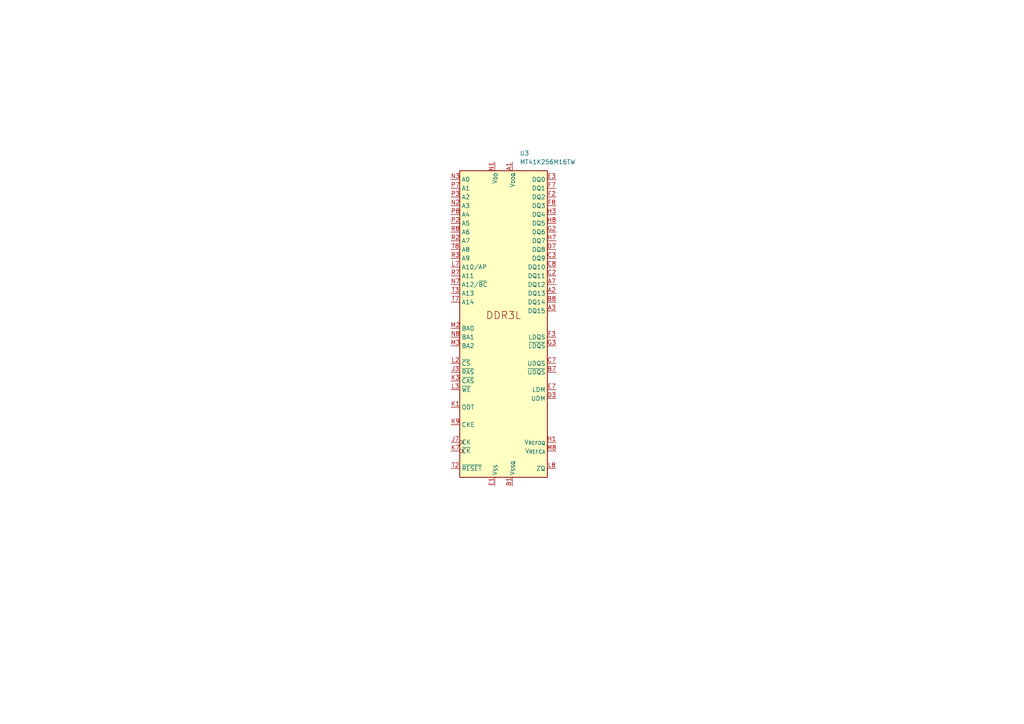
<source format=kicad_sch>
(kicad_sch
	(version 20250114)
	(generator "eeschema")
	(generator_version "9.0")
	(uuid "3f870cef-dfd8-4dcc-a8fc-13adefd93c96")
	(paper "A4")
	(lib_symbols
		(symbol "Memory_RAM:MT41K256M16TW"
			(exclude_from_sim no)
			(in_bom yes)
			(on_board yes)
			(property "Reference" "U"
				(at -11.43 44.704 0)
				(effects
					(font
						(size 1.27 1.27)
					)
				)
			)
			(property "Value" "MT41K256M16TW"
				(at 14.986 44.704 0)
				(effects
					(font
						(size 1.27 1.27)
					)
				)
			)
			(property "Footprint" "Package_BGA:Micron_FBGA-96_8x14mm_Layout9x16_P0.8mm"
				(at 0 -56.134 0)
				(effects
					(font
						(size 1.27 1.27)
					)
					(hide yes)
				)
			)
			(property "Datasheet" "https://mm.digikey.com/Volume0/opasdata/d220001/medias/docus/6128/MT41K1G4_MT41K512M8_MT41K256M16_RevR_Sep2018.pdf"
				(at 0 -60.706 0)
				(effects
					(font
						(size 1.27 1.27)
					)
					(hide yes)
				)
			)
			(property "Description" "32M x 16-bit x 8 Banks (4-Gbit / 512 MB) DDR3L SDRAM, 1.35V nominal supply voltage, Rev. P, FBGA-96 (8x14mm)"
				(at 0 -58.42 0)
				(effects
					(font
						(size 1.27 1.27)
					)
					(hide yes)
				)
			)
			(property "ki_keywords" "Micron MEMORY Double-Data-Rate-3 Low-Voltage-Synchronous-DRAM"
				(at 0 0 0)
				(effects
					(font
						(size 1.27 1.27)
					)
					(hide yes)
				)
			)
			(property "ki_fp_filters" "Micron*FBGA*8x14mm*Layout9x16*P0.8mm*"
				(at 0 0 0)
				(effects
					(font
						(size 1.27 1.27)
					)
					(hide yes)
				)
			)
			(symbol "MT41K256M16TW_0_1"
				(pin input line
					(at -15.24 40.64 0)
					(length 2.54)
					(name "A0"
						(effects
							(font
								(size 1.27 1.27)
							)
						)
					)
					(number "N3"
						(effects
							(font
								(size 1.27 1.27)
							)
						)
					)
				)
				(pin input line
					(at -15.24 38.1 0)
					(length 2.54)
					(name "A1"
						(effects
							(font
								(size 1.27 1.27)
							)
						)
					)
					(number "P7"
						(effects
							(font
								(size 1.27 1.27)
							)
						)
					)
				)
				(pin input line
					(at -15.24 35.56 0)
					(length 2.54)
					(name "A2"
						(effects
							(font
								(size 1.27 1.27)
							)
						)
					)
					(number "P3"
						(effects
							(font
								(size 1.27 1.27)
							)
						)
					)
				)
				(pin input line
					(at -15.24 33.02 0)
					(length 2.54)
					(name "A3"
						(effects
							(font
								(size 1.27 1.27)
							)
						)
					)
					(number "N2"
						(effects
							(font
								(size 1.27 1.27)
							)
						)
					)
				)
				(pin input line
					(at -15.24 30.48 0)
					(length 2.54)
					(name "A4"
						(effects
							(font
								(size 1.27 1.27)
							)
						)
					)
					(number "P8"
						(effects
							(font
								(size 1.27 1.27)
							)
						)
					)
				)
				(pin input line
					(at -15.24 27.94 0)
					(length 2.54)
					(name "A5"
						(effects
							(font
								(size 1.27 1.27)
							)
						)
					)
					(number "P2"
						(effects
							(font
								(size 1.27 1.27)
							)
						)
					)
				)
				(pin input line
					(at -15.24 25.4 0)
					(length 2.54)
					(name "A6"
						(effects
							(font
								(size 1.27 1.27)
							)
						)
					)
					(number "R8"
						(effects
							(font
								(size 1.27 1.27)
							)
						)
					)
				)
				(pin input line
					(at -15.24 22.86 0)
					(length 2.54)
					(name "A7"
						(effects
							(font
								(size 1.27 1.27)
							)
						)
					)
					(number "R2"
						(effects
							(font
								(size 1.27 1.27)
							)
						)
					)
				)
				(pin input line
					(at -15.24 20.32 0)
					(length 2.54)
					(name "A8"
						(effects
							(font
								(size 1.27 1.27)
							)
						)
					)
					(number "T8"
						(effects
							(font
								(size 1.27 1.27)
							)
						)
					)
				)
				(pin input line
					(at -15.24 17.78 0)
					(length 2.54)
					(name "A9"
						(effects
							(font
								(size 1.27 1.27)
							)
						)
					)
					(number "R3"
						(effects
							(font
								(size 1.27 1.27)
							)
						)
					)
				)
				(pin input line
					(at -15.24 15.24 0)
					(length 2.54)
					(name "A10/AP"
						(effects
							(font
								(size 1.27 1.27)
							)
						)
					)
					(number "L7"
						(effects
							(font
								(size 1.27 1.27)
							)
						)
					)
				)
				(pin input line
					(at -15.24 12.7 0)
					(length 2.54)
					(name "A11"
						(effects
							(font
								(size 1.27 1.27)
							)
						)
					)
					(number "R7"
						(effects
							(font
								(size 1.27 1.27)
							)
						)
					)
				)
				(pin input line
					(at -15.24 7.62 0)
					(length 2.54)
					(name "A13"
						(effects
							(font
								(size 1.27 1.27)
							)
						)
					)
					(number "T3"
						(effects
							(font
								(size 1.27 1.27)
							)
						)
					)
				)
				(pin input line
					(at -15.24 5.08 0)
					(length 2.54)
					(name "A14"
						(effects
							(font
								(size 1.27 1.27)
							)
						)
					)
					(number "T7"
						(effects
							(font
								(size 1.27 1.27)
							)
						)
					)
				)
				(pin input line
					(at -15.24 -2.54 0)
					(length 2.54)
					(name "BA0"
						(effects
							(font
								(size 1.27 1.27)
							)
						)
					)
					(number "M2"
						(effects
							(font
								(size 1.27 1.27)
							)
						)
					)
				)
				(pin input line
					(at -15.24 -5.08 0)
					(length 2.54)
					(name "BA1"
						(effects
							(font
								(size 1.27 1.27)
							)
						)
					)
					(number "N8"
						(effects
							(font
								(size 1.27 1.27)
							)
						)
					)
				)
				(pin input line
					(at -15.24 -7.62 0)
					(length 2.54)
					(name "BA2"
						(effects
							(font
								(size 1.27 1.27)
							)
						)
					)
					(number "M3"
						(effects
							(font
								(size 1.27 1.27)
							)
						)
					)
				)
				(pin input line
					(at -15.24 -25.4 0)
					(length 2.54)
					(name "ODT"
						(effects
							(font
								(size 1.27 1.27)
							)
						)
					)
					(number "K1"
						(effects
							(font
								(size 1.27 1.27)
							)
						)
					)
				)
				(pin input line
					(at -15.24 -30.48 0)
					(length 2.54)
					(name "CKE"
						(effects
							(font
								(size 1.27 1.27)
							)
						)
					)
					(number "K9"
						(effects
							(font
								(size 1.27 1.27)
							)
						)
					)
				)
				(pin input clock
					(at -15.24 -35.56 0)
					(length 2.54)
					(name "CK"
						(effects
							(font
								(size 1.27 1.27)
							)
						)
					)
					(number "J7"
						(effects
							(font
								(size 1.27 1.27)
							)
						)
					)
				)
				(pin passive line
					(at -2.54 45.72 270)
					(length 2.54)
					(hide yes)
					(name "V_{DD}"
						(effects
							(font
								(size 1.27 1.27)
							)
						)
					)
					(number "B2"
						(effects
							(font
								(size 1.27 1.27)
							)
						)
					)
				)
				(pin passive line
					(at -2.54 45.72 270)
					(length 2.54)
					(hide yes)
					(name "V_{DD}"
						(effects
							(font
								(size 1.27 1.27)
							)
						)
					)
					(number "D9"
						(effects
							(font
								(size 1.27 1.27)
							)
						)
					)
				)
				(pin passive line
					(at -2.54 45.72 270)
					(length 2.54)
					(hide yes)
					(name "V_{DD}"
						(effects
							(font
								(size 1.27 1.27)
							)
						)
					)
					(number "G7"
						(effects
							(font
								(size 1.27 1.27)
							)
						)
					)
				)
				(pin passive line
					(at -2.54 45.72 270)
					(length 2.54)
					(hide yes)
					(name "V_{DD}"
						(effects
							(font
								(size 1.27 1.27)
							)
						)
					)
					(number "K2"
						(effects
							(font
								(size 1.27 1.27)
							)
						)
					)
				)
				(pin passive line
					(at -2.54 45.72 270)
					(length 2.54)
					(hide yes)
					(name "V_{DD}"
						(effects
							(font
								(size 1.27 1.27)
							)
						)
					)
					(number "K8"
						(effects
							(font
								(size 1.27 1.27)
							)
						)
					)
				)
				(pin passive line
					(at -2.54 45.72 270)
					(length 2.54)
					(hide yes)
					(name "V_{DD}"
						(effects
							(font
								(size 1.27 1.27)
							)
						)
					)
					(number "N9"
						(effects
							(font
								(size 1.27 1.27)
							)
						)
					)
				)
				(pin passive line
					(at -2.54 45.72 270)
					(length 2.54)
					(hide yes)
					(name "V_{DD}"
						(effects
							(font
								(size 1.27 1.27)
							)
						)
					)
					(number "R1"
						(effects
							(font
								(size 1.27 1.27)
							)
						)
					)
				)
				(pin passive line
					(at -2.54 45.72 270)
					(length 2.54)
					(hide yes)
					(name "V_{DD}"
						(effects
							(font
								(size 1.27 1.27)
							)
						)
					)
					(number "R9"
						(effects
							(font
								(size 1.27 1.27)
							)
						)
					)
				)
				(pin passive line
					(at -2.54 -48.26 90)
					(length 2.54)
					(hide yes)
					(name "V_{SS}"
						(effects
							(font
								(size 1.27 1.27)
							)
						)
					)
					(number "A9"
						(effects
							(font
								(size 1.27 1.27)
							)
						)
					)
				)
				(pin passive line
					(at -2.54 -48.26 90)
					(length 2.54)
					(hide yes)
					(name "V_{SS}"
						(effects
							(font
								(size 1.27 1.27)
							)
						)
					)
					(number "B3"
						(effects
							(font
								(size 1.27 1.27)
							)
						)
					)
				)
				(pin passive line
					(at -2.54 -48.26 90)
					(length 2.54)
					(hide yes)
					(name "V_{SS}"
						(effects
							(font
								(size 1.27 1.27)
							)
						)
					)
					(number "G8"
						(effects
							(font
								(size 1.27 1.27)
							)
						)
					)
				)
				(pin passive line
					(at -2.54 -48.26 90)
					(length 2.54)
					(hide yes)
					(name "V_{SS}"
						(effects
							(font
								(size 1.27 1.27)
							)
						)
					)
					(number "J2"
						(effects
							(font
								(size 1.27 1.27)
							)
						)
					)
				)
				(pin passive line
					(at -2.54 -48.26 90)
					(length 2.54)
					(hide yes)
					(name "V_{SS}"
						(effects
							(font
								(size 1.27 1.27)
							)
						)
					)
					(number "J8"
						(effects
							(font
								(size 1.27 1.27)
							)
						)
					)
				)
				(pin passive line
					(at -2.54 -48.26 90)
					(length 2.54)
					(hide yes)
					(name "V_{SS}"
						(effects
							(font
								(size 1.27 1.27)
							)
						)
					)
					(number "M1"
						(effects
							(font
								(size 1.27 1.27)
							)
						)
					)
				)
				(pin passive line
					(at -2.54 -48.26 90)
					(length 2.54)
					(hide yes)
					(name "V_{SS}"
						(effects
							(font
								(size 1.27 1.27)
							)
						)
					)
					(number "M9"
						(effects
							(font
								(size 1.27 1.27)
							)
						)
					)
				)
				(pin passive line
					(at -2.54 -48.26 90)
					(length 2.54)
					(hide yes)
					(name "V_{SS}"
						(effects
							(font
								(size 1.27 1.27)
							)
						)
					)
					(number "P1"
						(effects
							(font
								(size 1.27 1.27)
							)
						)
					)
				)
				(pin passive line
					(at -2.54 -48.26 90)
					(length 2.54)
					(hide yes)
					(name "V_{SS}"
						(effects
							(font
								(size 1.27 1.27)
							)
						)
					)
					(number "P9"
						(effects
							(font
								(size 1.27 1.27)
							)
						)
					)
				)
				(pin passive line
					(at -2.54 -48.26 90)
					(length 2.54)
					(hide yes)
					(name "V_{SS}"
						(effects
							(font
								(size 1.27 1.27)
							)
						)
					)
					(number "T1"
						(effects
							(font
								(size 1.27 1.27)
							)
						)
					)
				)
				(pin passive line
					(at -2.54 -48.26 90)
					(length 2.54)
					(hide yes)
					(name "V_{SS}"
						(effects
							(font
								(size 1.27 1.27)
							)
						)
					)
					(number "T9"
						(effects
							(font
								(size 1.27 1.27)
							)
						)
					)
				)
				(pin passive line
					(at 2.54 45.72 270)
					(length 2.54)
					(hide yes)
					(name "V_{DDQ}"
						(effects
							(font
								(size 1.27 1.27)
							)
						)
					)
					(number "A8"
						(effects
							(font
								(size 1.27 1.27)
							)
						)
					)
				)
				(pin passive line
					(at 2.54 45.72 270)
					(length 2.54)
					(hide yes)
					(name "V_{DDQ}"
						(effects
							(font
								(size 1.27 1.27)
							)
						)
					)
					(number "C1"
						(effects
							(font
								(size 1.27 1.27)
							)
						)
					)
				)
				(pin passive line
					(at 2.54 45.72 270)
					(length 2.54)
					(hide yes)
					(name "V_{DDQ}"
						(effects
							(font
								(size 1.27 1.27)
							)
						)
					)
					(number "C9"
						(effects
							(font
								(size 1.27 1.27)
							)
						)
					)
				)
				(pin passive line
					(at 2.54 45.72 270)
					(length 2.54)
					(hide yes)
					(name "V_{DDQ}"
						(effects
							(font
								(size 1.27 1.27)
							)
						)
					)
					(number "D2"
						(effects
							(font
								(size 1.27 1.27)
							)
						)
					)
				)
				(pin passive line
					(at 2.54 45.72 270)
					(length 2.54)
					(hide yes)
					(name "V_{DDQ}"
						(effects
							(font
								(size 1.27 1.27)
							)
						)
					)
					(number "E9"
						(effects
							(font
								(size 1.27 1.27)
							)
						)
					)
				)
				(pin passive line
					(at 2.54 45.72 270)
					(length 2.54)
					(hide yes)
					(name "V_{DDQ}"
						(effects
							(font
								(size 1.27 1.27)
							)
						)
					)
					(number "F1"
						(effects
							(font
								(size 1.27 1.27)
							)
						)
					)
				)
				(pin passive line
					(at 2.54 45.72 270)
					(length 2.54)
					(hide yes)
					(name "V_{DDQ}"
						(effects
							(font
								(size 1.27 1.27)
							)
						)
					)
					(number "H2"
						(effects
							(font
								(size 1.27 1.27)
							)
						)
					)
				)
				(pin passive line
					(at 2.54 45.72 270)
					(length 2.54)
					(hide yes)
					(name "V_{DDQ}"
						(effects
							(font
								(size 1.27 1.27)
							)
						)
					)
					(number "H9"
						(effects
							(font
								(size 1.27 1.27)
							)
						)
					)
				)
				(pin passive line
					(at 2.54 -48.26 90)
					(length 2.54)
					(hide yes)
					(name "V_{SSQ}"
						(effects
							(font
								(size 1.27 1.27)
							)
						)
					)
					(number "B9"
						(effects
							(font
								(size 1.27 1.27)
							)
						)
					)
				)
				(pin passive line
					(at 2.54 -48.26 90)
					(length 2.54)
					(hide yes)
					(name "V_{SSQ}"
						(effects
							(font
								(size 1.27 1.27)
							)
						)
					)
					(number "D1"
						(effects
							(font
								(size 1.27 1.27)
							)
						)
					)
				)
				(pin passive line
					(at 2.54 -48.26 90)
					(length 2.54)
					(hide yes)
					(name "V_{SSQ}"
						(effects
							(font
								(size 1.27 1.27)
							)
						)
					)
					(number "D8"
						(effects
							(font
								(size 1.27 1.27)
							)
						)
					)
				)
				(pin passive line
					(at 2.54 -48.26 90)
					(length 2.54)
					(hide yes)
					(name "V_{SSQ}"
						(effects
							(font
								(size 1.27 1.27)
							)
						)
					)
					(number "E2"
						(effects
							(font
								(size 1.27 1.27)
							)
						)
					)
				)
				(pin passive line
					(at 2.54 -48.26 90)
					(length 2.54)
					(hide yes)
					(name "V_{SSQ}"
						(effects
							(font
								(size 1.27 1.27)
							)
						)
					)
					(number "E8"
						(effects
							(font
								(size 1.27 1.27)
							)
						)
					)
				)
				(pin passive line
					(at 2.54 -48.26 90)
					(length 2.54)
					(hide yes)
					(name "V_{SSQ}"
						(effects
							(font
								(size 1.27 1.27)
							)
						)
					)
					(number "F9"
						(effects
							(font
								(size 1.27 1.27)
							)
						)
					)
				)
				(pin passive line
					(at 2.54 -48.26 90)
					(length 2.54)
					(hide yes)
					(name "V_{SSQ}"
						(effects
							(font
								(size 1.27 1.27)
							)
						)
					)
					(number "G1"
						(effects
							(font
								(size 1.27 1.27)
							)
						)
					)
				)
				(pin passive line
					(at 2.54 -48.26 90)
					(length 2.54)
					(hide yes)
					(name "V_{SSQ}"
						(effects
							(font
								(size 1.27 1.27)
							)
						)
					)
					(number "G9"
						(effects
							(font
								(size 1.27 1.27)
							)
						)
					)
				)
				(pin no_connect line
					(at 12.7 0 180)
					(length 2.54)
					(hide yes)
					(name "NC"
						(effects
							(font
								(size 1.27 1.27)
							)
						)
					)
					(number "M7"
						(effects
							(font
								(size 1.27 1.27)
							)
						)
					)
				)
				(pin no_connect line
					(at 12.7 -2.54 180)
					(length 2.54)
					(hide yes)
					(name "NC"
						(effects
							(font
								(size 1.27 1.27)
							)
						)
					)
					(number "J1"
						(effects
							(font
								(size 1.27 1.27)
							)
						)
					)
				)
				(pin no_connect line
					(at 12.7 -25.4 180)
					(length 2.54)
					(hide yes)
					(name "NC"
						(effects
							(font
								(size 1.27 1.27)
							)
						)
					)
					(number "J9"
						(effects
							(font
								(size 1.27 1.27)
							)
						)
					)
				)
				(pin no_connect line
					(at 12.7 -27.94 180)
					(length 2.54)
					(hide yes)
					(name "NC"
						(effects
							(font
								(size 1.27 1.27)
							)
						)
					)
					(number "L9"
						(effects
							(font
								(size 1.27 1.27)
							)
						)
					)
				)
				(pin no_connect line
					(at 12.7 -30.48 180)
					(length 2.54)
					(hide yes)
					(name "NC"
						(effects
							(font
								(size 1.27 1.27)
							)
						)
					)
					(number "L1"
						(effects
							(font
								(size 1.27 1.27)
							)
						)
					)
				)
				(pin bidirectional line
					(at 15.24 40.64 180)
					(length 2.54)
					(name "DQ0"
						(effects
							(font
								(size 1.27 1.27)
							)
						)
					)
					(number "E3"
						(effects
							(font
								(size 1.27 1.27)
							)
						)
					)
				)
				(pin bidirectional line
					(at 15.24 38.1 180)
					(length 2.54)
					(name "DQ1"
						(effects
							(font
								(size 1.27 1.27)
							)
						)
					)
					(number "F7"
						(effects
							(font
								(size 1.27 1.27)
							)
						)
					)
				)
				(pin bidirectional line
					(at 15.24 35.56 180)
					(length 2.54)
					(name "DQ2"
						(effects
							(font
								(size 1.27 1.27)
							)
						)
					)
					(number "F2"
						(effects
							(font
								(size 1.27 1.27)
							)
						)
					)
				)
				(pin bidirectional line
					(at 15.24 33.02 180)
					(length 2.54)
					(name "DQ3"
						(effects
							(font
								(size 1.27 1.27)
							)
						)
					)
					(number "F8"
						(effects
							(font
								(size 1.27 1.27)
							)
						)
					)
				)
				(pin bidirectional line
					(at 15.24 30.48 180)
					(length 2.54)
					(name "DQ4"
						(effects
							(font
								(size 1.27 1.27)
							)
						)
					)
					(number "H3"
						(effects
							(font
								(size 1.27 1.27)
							)
						)
					)
				)
				(pin bidirectional line
					(at 15.24 27.94 180)
					(length 2.54)
					(name "DQ5"
						(effects
							(font
								(size 1.27 1.27)
							)
						)
					)
					(number "H8"
						(effects
							(font
								(size 1.27 1.27)
							)
						)
					)
				)
				(pin bidirectional line
					(at 15.24 25.4 180)
					(length 2.54)
					(name "DQ6"
						(effects
							(font
								(size 1.27 1.27)
							)
						)
					)
					(number "G2"
						(effects
							(font
								(size 1.27 1.27)
							)
						)
					)
				)
				(pin bidirectional line
					(at 15.24 22.86 180)
					(length 2.54)
					(name "DQ7"
						(effects
							(font
								(size 1.27 1.27)
							)
						)
					)
					(number "H7"
						(effects
							(font
								(size 1.27 1.27)
							)
						)
					)
				)
				(pin bidirectional line
					(at 15.24 20.32 180)
					(length 2.54)
					(name "DQ8"
						(effects
							(font
								(size 1.27 1.27)
							)
						)
					)
					(number "D7"
						(effects
							(font
								(size 1.27 1.27)
							)
						)
					)
				)
				(pin bidirectional line
					(at 15.24 17.78 180)
					(length 2.54)
					(name "DQ9"
						(effects
							(font
								(size 1.27 1.27)
							)
						)
					)
					(number "C3"
						(effects
							(font
								(size 1.27 1.27)
							)
						)
					)
				)
				(pin bidirectional line
					(at 15.24 15.24 180)
					(length 2.54)
					(name "DQ10"
						(effects
							(font
								(size 1.27 1.27)
							)
						)
					)
					(number "C8"
						(effects
							(font
								(size 1.27 1.27)
							)
						)
					)
				)
				(pin bidirectional line
					(at 15.24 12.7 180)
					(length 2.54)
					(name "DQ11"
						(effects
							(font
								(size 1.27 1.27)
							)
						)
					)
					(number "C2"
						(effects
							(font
								(size 1.27 1.27)
							)
						)
					)
				)
				(pin bidirectional line
					(at 15.24 10.16 180)
					(length 2.54)
					(name "DQ12"
						(effects
							(font
								(size 1.27 1.27)
							)
						)
					)
					(number "A7"
						(effects
							(font
								(size 1.27 1.27)
							)
						)
					)
				)
				(pin bidirectional line
					(at 15.24 7.62 180)
					(length 2.54)
					(name "DQ13"
						(effects
							(font
								(size 1.27 1.27)
							)
						)
					)
					(number "A2"
						(effects
							(font
								(size 1.27 1.27)
							)
						)
					)
				)
				(pin bidirectional line
					(at 15.24 5.08 180)
					(length 2.54)
					(name "DQ14"
						(effects
							(font
								(size 1.27 1.27)
							)
						)
					)
					(number "B8"
						(effects
							(font
								(size 1.27 1.27)
							)
						)
					)
				)
				(pin bidirectional line
					(at 15.24 2.54 180)
					(length 2.54)
					(name "DQ15"
						(effects
							(font
								(size 1.27 1.27)
							)
						)
					)
					(number "A3"
						(effects
							(font
								(size 1.27 1.27)
							)
						)
					)
				)
				(pin bidirectional line
					(at 15.24 -5.08 180)
					(length 2.54)
					(name "LDQS"
						(effects
							(font
								(size 1.27 1.27)
							)
						)
					)
					(number "F3"
						(effects
							(font
								(size 1.27 1.27)
							)
						)
					)
				)
				(pin bidirectional line
					(at 15.24 -12.7 180)
					(length 2.54)
					(name "UDQS"
						(effects
							(font
								(size 1.27 1.27)
							)
						)
					)
					(number "C7"
						(effects
							(font
								(size 1.27 1.27)
							)
						)
					)
				)
				(pin input line
					(at 15.24 -20.32 180)
					(length 2.54)
					(name "LDM"
						(effects
							(font
								(size 1.27 1.27)
							)
						)
					)
					(number "E7"
						(effects
							(font
								(size 1.27 1.27)
							)
						)
					)
				)
				(pin input line
					(at 15.24 -22.86 180)
					(length 2.54)
					(name "UDM"
						(effects
							(font
								(size 1.27 1.27)
							)
						)
					)
					(number "D3"
						(effects
							(font
								(size 1.27 1.27)
							)
						)
					)
				)
				(pin passive line
					(at 15.24 -35.56 180)
					(length 2.54)
					(name "V_{REFDQ}"
						(effects
							(font
								(size 1.27 1.27)
							)
						)
					)
					(number "H1"
						(effects
							(font
								(size 1.27 1.27)
							)
						)
					)
				)
				(pin passive line
					(at 15.24 -38.1 180)
					(length 2.54)
					(name "V_{REFCA}"
						(effects
							(font
								(size 1.27 1.27)
							)
						)
					)
					(number "M8"
						(effects
							(font
								(size 1.27 1.27)
							)
						)
					)
				)
				(pin passive line
					(at 15.24 -43.18 180)
					(length 2.54)
					(name "ZQ"
						(effects
							(font
								(size 1.27 1.27)
							)
						)
					)
					(number "L8"
						(effects
							(font
								(size 1.27 1.27)
							)
						)
					)
				)
			)
			(symbol "MT41K256M16TW_1_1"
				(rectangle
					(start -12.7 43.18)
					(end 12.7 -45.72)
					(stroke
						(width 0.254)
						(type solid)
					)
					(fill
						(type background)
					)
				)
				(text "DDR3L"
					(at 0 0 0)
					(effects
						(font
							(size 2.1336 2.1336)
						)
						(justify bottom)
					)
				)
				(pin input line
					(at -15.24 10.16 0)
					(length 2.54)
					(name "A12/~{BC}"
						(effects
							(font
								(size 1.27 1.27)
							)
						)
					)
					(number "N7"
						(effects
							(font
								(size 1.27 1.27)
							)
						)
					)
				)
				(pin input line
					(at -15.24 -12.7 0)
					(length 2.54)
					(name "~{CS}"
						(effects
							(font
								(size 1.27 1.27)
							)
						)
					)
					(number "L2"
						(effects
							(font
								(size 1.27 1.27)
							)
						)
					)
				)
				(pin input line
					(at -15.24 -15.24 0)
					(length 2.54)
					(name "~{RAS}"
						(effects
							(font
								(size 1.27 1.27)
							)
						)
					)
					(number "J3"
						(effects
							(font
								(size 1.27 1.27)
							)
						)
					)
				)
				(pin input line
					(at -15.24 -17.78 0)
					(length 2.54)
					(name "~{CAS}"
						(effects
							(font
								(size 1.27 1.27)
							)
						)
					)
					(number "K3"
						(effects
							(font
								(size 1.27 1.27)
							)
						)
					)
				)
				(pin input line
					(at -15.24 -20.32 0)
					(length 2.54)
					(name "~{WE}"
						(effects
							(font
								(size 1.27 1.27)
							)
						)
					)
					(number "L3"
						(effects
							(font
								(size 1.27 1.27)
							)
						)
					)
				)
				(pin input clock
					(at -15.24 -38.1 0)
					(length 2.54)
					(name "~{CK}"
						(effects
							(font
								(size 1.27 1.27)
							)
						)
					)
					(number "K7"
						(effects
							(font
								(size 1.27 1.27)
							)
						)
					)
				)
				(pin input line
					(at -15.24 -43.18 0)
					(length 2.54)
					(name "~{RESET}"
						(effects
							(font
								(size 1.27 1.27)
							)
						)
					)
					(number "T2"
						(effects
							(font
								(size 1.27 1.27)
							)
						)
					)
				)
				(pin power_in line
					(at -2.54 45.72 270)
					(length 2.54)
					(name "V_{DD}"
						(effects
							(font
								(size 1.27 1.27)
							)
						)
					)
					(number "N1"
						(effects
							(font
								(size 1.27 1.27)
							)
						)
					)
				)
				(pin power_in line
					(at -2.54 -48.26 90)
					(length 2.54)
					(name "V_{SS}"
						(effects
							(font
								(size 1.27 1.27)
							)
						)
					)
					(number "E1"
						(effects
							(font
								(size 1.27 1.27)
							)
						)
					)
				)
				(pin power_in line
					(at 2.54 45.72 270)
					(length 2.54)
					(name "V_{DDQ}"
						(effects
							(font
								(size 1.27 1.27)
							)
						)
					)
					(number "A1"
						(effects
							(font
								(size 1.27 1.27)
							)
						)
					)
				)
				(pin power_in line
					(at 2.54 -48.26 90)
					(length 2.54)
					(name "V_{SSQ}"
						(effects
							(font
								(size 1.27 1.27)
							)
						)
					)
					(number "B1"
						(effects
							(font
								(size 1.27 1.27)
							)
						)
					)
				)
				(pin bidirectional line
					(at 15.24 -7.62 180)
					(length 2.54)
					(name "~{LDQS}"
						(effects
							(font
								(size 1.27 1.27)
							)
						)
					)
					(number "G3"
						(effects
							(font
								(size 1.27 1.27)
							)
						)
					)
				)
				(pin bidirectional line
					(at 15.24 -15.24 180)
					(length 2.54)
					(name "~{UDQS}"
						(effects
							(font
								(size 1.27 1.27)
							)
						)
					)
					(number "B7"
						(effects
							(font
								(size 1.27 1.27)
							)
						)
					)
				)
			)
			(embedded_fonts no)
		)
	)
	(symbol
		(lib_id "Memory_RAM:MT41K256M16TW")
		(at 146.05 92.71 0)
		(unit 1)
		(exclude_from_sim no)
		(in_bom yes)
		(on_board yes)
		(dnp no)
		(fields_autoplaced yes)
		(uuid "13c37fb1-8859-4081-a878-f2fdb7cba4bd")
		(property "Reference" "U3"
			(at 150.7333 44.45 0)
			(effects
				(font
					(size 1.27 1.27)
				)
				(justify left)
			)
		)
		(property "Value" "MT41K256M16TW"
			(at 150.7333 46.99 0)
			(effects
				(font
					(size 1.27 1.27)
				)
				(justify left)
			)
		)
		(property "Footprint" "Package_BGA:Micron_FBGA-96_8x14mm_Layout9x16_P0.8mm"
			(at 146.05 148.844 0)
			(effects
				(font
					(size 1.27 1.27)
				)
				(hide yes)
			)
		)
		(property "Datasheet" "https://mm.digikey.com/Volume0/opasdata/d220001/medias/docus/6128/MT41K1G4_MT41K512M8_MT41K256M16_RevR_Sep2018.pdf"
			(at 146.05 153.416 0)
			(effects
				(font
					(size 1.27 1.27)
				)
				(hide yes)
			)
		)
		(property "Description" "32M x 16-bit x 8 Banks (4-Gbit / 512 MB) DDR3L SDRAM, 1.35V nominal supply voltage, Rev. P, FBGA-96 (8x14mm)"
			(at 146.05 151.13 0)
			(effects
				(font
					(size 1.27 1.27)
				)
				(hide yes)
			)
		)
		(pin "T8"
			(uuid "e355cdb6-8f79-443d-bfac-f3b87760cbd1")
		)
		(pin "N2"
			(uuid "85089e83-749f-4f34-b76e-a65e1f0ba553")
		)
		(pin "P3"
			(uuid "966f4f34-1c36-4596-ad74-104a34cb59b8")
		)
		(pin "P8"
			(uuid "f21e0df7-ab4d-4d75-9f5d-4bcc775e9ca4")
		)
		(pin "R9"
			(uuid "0c31b5cc-d738-4008-aa05-b4118c0241cc")
		)
		(pin "A9"
			(uuid "b6a82d30-2fa0-4836-8554-82bd1dabeaeb")
		)
		(pin "B3"
			(uuid "1f5442ac-6afc-462e-ab72-0ba701581f99")
		)
		(pin "G7"
			(uuid "7ba8c37d-3969-4954-b7d1-7a1d65fc90f5")
		)
		(pin "T7"
			(uuid "dfddc1e4-fa29-4c6d-9681-65f0e76a73e5")
		)
		(pin "N3"
			(uuid "a4f9c244-3b60-4dbc-941c-7aaf5c81e309")
		)
		(pin "R8"
			(uuid "17437ed9-1f9f-4db9-9ed2-d80cb44c44a9")
		)
		(pin "P7"
			(uuid "950862f2-5df8-419f-b6ee-a299cf9d03d3")
		)
		(pin "R2"
			(uuid "8565b220-064b-432c-ac5f-cd9fd1e3bd48")
		)
		(pin "L7"
			(uuid "8bf03ce6-270f-4576-91b5-2be0776e6bc5")
		)
		(pin "R7"
			(uuid "8a0c28df-9a82-4440-b1ce-17b585d6f60d")
		)
		(pin "M2"
			(uuid "a704b096-5d57-4cbd-b40e-1b8584d50c18")
		)
		(pin "M3"
			(uuid "72bf7d3c-ec93-42bb-9afb-490e8a7811d2")
		)
		(pin "P2"
			(uuid "4f29db34-3f9e-455a-aae8-978d7f628072")
		)
		(pin "T3"
			(uuid "1a073dba-561b-47d1-a96a-76c3a280a704")
		)
		(pin "K1"
			(uuid "b29e38ee-4d31-4473-b13b-37cc773b290d")
		)
		(pin "R3"
			(uuid "20332db3-3e07-4362-9b5c-e000a32993af")
		)
		(pin "K9"
			(uuid "fd3c72c3-5fe6-4693-a4e8-99212513c67d")
		)
		(pin "J7"
			(uuid "39cbc36e-a57d-4978-ba1c-c4ae19ff0e68")
		)
		(pin "B2"
			(uuid "d321fd3f-962b-436f-b06d-c640a8ba61a3")
		)
		(pin "D9"
			(uuid "6c22c0f8-e54b-4e49-9fd9-31e72c63b172")
		)
		(pin "K2"
			(uuid "765d6ef3-deab-4ca3-9474-daba2fae865c")
		)
		(pin "K8"
			(uuid "03a207f5-fcd5-463d-bc76-8cf2477bc1ba")
		)
		(pin "N9"
			(uuid "f7ae3ed9-7534-4f6b-83c8-24f1f31990f2")
		)
		(pin "R1"
			(uuid "67569226-64f1-4dc4-922b-8085b53fc6f4")
		)
		(pin "N8"
			(uuid "417bef5e-b2e1-41f5-9417-9c36aae012e4")
		)
		(pin "G9"
			(uuid "dc4c98dd-7e38-4141-9662-e6455c8b21ec")
		)
		(pin "A3"
			(uuid "84d0c925-273b-45ae-8b5b-dfdc6bf04178")
		)
		(pin "P9"
			(uuid "5b165492-fc61-47e2-8c16-66e7c913c776")
		)
		(pin "M8"
			(uuid "0babb47f-fe91-4b93-a838-bb6fd457c936")
		)
		(pin "N7"
			(uuid "7c56f932-e104-4a91-9c97-b625e451a5fd")
		)
		(pin "J2"
			(uuid "bc79a4a3-1255-40a9-b8f4-c261137f3f13")
		)
		(pin "B9"
			(uuid "2fae7e1f-4d5c-4d7a-ba59-1061fd1a0bd6")
		)
		(pin "C2"
			(uuid "c11776d4-693d-4612-9124-b3c15ac6eacd")
		)
		(pin "C9"
			(uuid "3be6456f-fcb3-49d8-bc89-9727321c08dc")
		)
		(pin "F2"
			(uuid "2c100655-12b9-4ab9-838e-a77519a3f8ff")
		)
		(pin "F8"
			(uuid "c6baab09-5dcf-4564-a0b3-cf7ba157c45f")
		)
		(pin "A8"
			(uuid "a41bc0a6-e453-43cd-a4e0-604337eeaf5b")
		)
		(pin "M1"
			(uuid "54a23593-08ae-4c51-894f-9baa65bce84e")
		)
		(pin "D8"
			(uuid "a3f8e557-57a9-45ae-8fde-60de71687849")
		)
		(pin "B8"
			(uuid "8c1f4f3a-b83b-4bff-aff8-b38736c35888")
		)
		(pin "T9"
			(uuid "3563ae79-f295-4172-a22d-562493028ebe")
		)
		(pin "E2"
			(uuid "807b3673-2c3c-4017-a4d9-7cf2a516e91e")
		)
		(pin "H2"
			(uuid "b27e7b4b-f7c4-4169-8fd3-2476c72efbe9")
		)
		(pin "T1"
			(uuid "7592422e-9695-4218-8f44-7edd9ac20d4f")
		)
		(pin "G8"
			(uuid "97bea2d6-7a4c-41d7-a0d3-bc7e2d77ad2f")
		)
		(pin "M9"
			(uuid "c391dd4a-7d63-49f7-91c8-13a60631694f")
		)
		(pin "F9"
			(uuid "908d4257-00c2-4aab-9cab-95544f2373ef")
		)
		(pin "J8"
			(uuid "892bacc5-28f0-4171-977f-8384546f4d66")
		)
		(pin "G1"
			(uuid "47643f0c-03da-433d-862b-9977884f624f")
		)
		(pin "J1"
			(uuid "c5bd4d2b-2cf8-4ab7-bcb0-62d635a2c437")
		)
		(pin "C1"
			(uuid "7a21a1d5-dfd8-4da2-83a0-16716598a182")
		)
		(pin "E9"
			(uuid "6bbfae3c-5d57-4b75-b34a-6faf9bd74537")
		)
		(pin "H9"
			(uuid "dc13a9d2-8134-4f51-9ce7-0bdfdb0e7b41")
		)
		(pin "E8"
			(uuid "e2113956-c6fc-44e0-b894-10e1226cc28b")
		)
		(pin "H8"
			(uuid "9b287826-5705-4996-998b-f33b34f0cc5d")
		)
		(pin "D1"
			(uuid "d545f848-e169-474a-9512-3037efce9d86")
		)
		(pin "M7"
			(uuid "2883a882-2352-4f9a-b67d-eebe3543f30f")
		)
		(pin "G2"
			(uuid "7a88530d-8692-4403-8510-4467b6aabecc")
		)
		(pin "H3"
			(uuid "f66c8e4f-fbe2-40e6-baa8-d75d4caec961")
		)
		(pin "H7"
			(uuid "08e2f097-9d5c-4663-a071-5b94d6eda8bc")
		)
		(pin "P1"
			(uuid "c2090607-6021-49da-a5de-4d9b70e93d44")
		)
		(pin "J9"
			(uuid "c417abd7-0122-4dbb-8cc2-87306bd30fe7")
		)
		(pin "D7"
			(uuid "36afb8cb-7709-4e10-a6fc-62c9250c72cf")
		)
		(pin "F1"
			(uuid "3ace28cc-22e4-4222-9111-e85924280c28")
		)
		(pin "C3"
			(uuid "cb8c5653-4c19-4b2c-99cb-c0235501b208")
		)
		(pin "A7"
			(uuid "b54f87af-6692-4432-b02d-a7a0e2f2cca8")
		)
		(pin "C8"
			(uuid "abb59607-a440-463f-afe0-c5cd16169823")
		)
		(pin "L1"
			(uuid "90c470f2-6237-4aa7-93da-ef27c1479449")
		)
		(pin "E3"
			(uuid "88b30b46-e0a3-40ff-a413-e4960122ee4b")
		)
		(pin "D2"
			(uuid "a8418809-f46c-4116-9b90-3fa20f7f07dd")
		)
		(pin "A2"
			(uuid "e0b46d21-b14f-4db0-af54-14bb05c283f0")
		)
		(pin "F3"
			(uuid "11a94539-eb67-4821-8164-a9230f716b9d")
		)
		(pin "C7"
			(uuid "d3895e21-ea18-4bcd-8b8d-c59428d05ccc")
		)
		(pin "L9"
			(uuid "17b12ef9-67dc-4cd1-98ee-a3040f5cb065")
		)
		(pin "F7"
			(uuid "1e38ec28-0b37-4e00-9e6f-658c78adca73")
		)
		(pin "E7"
			(uuid "46cc021a-0f71-4896-85d6-b6e2737ed0bb")
		)
		(pin "D3"
			(uuid "3f14f899-cd61-4fb3-9349-e51cb2d56eed")
		)
		(pin "H1"
			(uuid "a1c7a317-ee85-4504-87e0-2c8ca2e4c470")
		)
		(pin "L8"
			(uuid "299c6e56-a91c-4e98-b157-6e2e85a6a479")
		)
		(pin "L2"
			(uuid "6f7e4765-4c7e-4997-b76d-21f231a979d2")
		)
		(pin "J3"
			(uuid "0355e686-3c55-48ed-9ae3-93ef0fdf75bb")
		)
		(pin "K3"
			(uuid "08359e1b-1697-4a39-934d-e99443f0f6a0")
		)
		(pin "L3"
			(uuid "ec05d8f2-4f7e-476e-bcc0-8b31660be4cb")
		)
		(pin "K7"
			(uuid "9fa0fe04-fac9-4731-a072-14ea9dcca99f")
		)
		(pin "T2"
			(uuid "7df12931-5725-489b-960b-00c41a0e880b")
		)
		(pin "N1"
			(uuid "2a19b1fe-dcd1-4d25-b287-3894e4d6dbe5")
		)
		(pin "E1"
			(uuid "7c3a6ce0-b479-4fe5-a54c-f4ff20001022")
		)
		(pin "A1"
			(uuid "9bc372d0-5990-467d-8e1a-6d4f1ccbf7c9")
		)
		(pin "B1"
			(uuid "9ef676ef-4e4d-4e99-8c61-511e57eb7eff")
		)
		(pin "G3"
			(uuid "1b1bc096-2877-4d37-a44f-b0807559b059")
		)
		(pin "B7"
			(uuid "e5c7cf68-66ee-45b2-bd5b-20c294281f11")
		)
		(instances
			(project ""
				(path "/9328a39f-e46f-4e23-a67b-f837d10a1254/39bb5c54-36f6-41e0-89d5-4e2c3d9a4a2f"
					(reference "U3")
					(unit 1)
				)
			)
		)
	)
)

</source>
